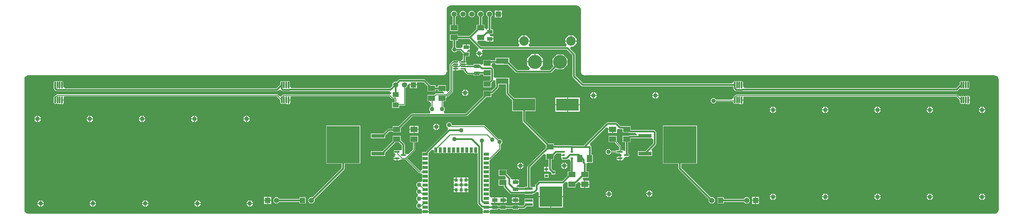
<source format=gtl>
G04*
G04 #@! TF.GenerationSoftware,Altium Limited,Altium Designer,23.10.1 (27)*
G04*
G04 Layer_Physical_Order=1*
G04 Layer_Color=255*
%FSLAX44Y44*%
%MOMM*%
G71*
G04*
G04 #@! TF.SameCoordinates,E252026D-ABAD-487A-9E39-ED487C9B17EB*
G04*
G04*
G04 #@! TF.FilePolarity,Positive*
G04*
G01*
G75*
%ADD13C,0.2540*%
%ADD18R,3.8000X1.0500*%
%ADD19R,9.4500X10.6700*%
%ADD20R,3.6800X1.6500*%
%ADD21R,1.5240X2.0320*%
%ADD22R,2.0320X1.5240*%
%ADD23R,0.9000X0.9000*%
%ADD24R,1.5000X0.9000*%
%ADD25R,0.9000X1.5000*%
%ADD26R,1.5240X1.0160*%
G04:AMPARAMS|DCode=27|XSize=1.5052mm|YSize=0.4549mm|CornerRadius=0.2275mm|HoleSize=0mm|Usage=FLASHONLY|Rotation=180.000|XOffset=0mm|YOffset=0mm|HoleType=Round|Shape=RoundedRectangle|*
%AMROUNDEDRECTD27*
21,1,1.5052,0.0000,0,0,180.0*
21,1,1.0503,0.4549,0,0,180.0*
1,1,0.4549,-0.5252,0.0000*
1,1,0.4549,0.5252,0.0000*
1,1,0.4549,0.5252,0.0000*
1,1,0.4549,-0.5252,0.0000*
%
%ADD27ROUNDEDRECTD27*%
%ADD28R,1.5052X0.4549*%
%ADD29R,1.5242X0.5780*%
G04:AMPARAMS|DCode=30|XSize=1.5242mm|YSize=0.578mm|CornerRadius=0.289mm|HoleSize=0mm|Usage=FLASHONLY|Rotation=0.000|XOffset=0mm|YOffset=0mm|HoleType=Round|Shape=RoundedRectangle|*
%AMROUNDEDRECTD30*
21,1,1.5242,0.0000,0,0,0.0*
21,1,0.9463,0.5780,0,0,0.0*
1,1,0.5780,0.4731,0.0000*
1,1,0.5780,-0.4731,0.0000*
1,1,0.5780,-0.4731,0.0000*
1,1,0.5780,0.4731,0.0000*
%
%ADD30ROUNDEDRECTD30*%
%ADD31O,0.4500X2.0000*%
%ADD32R,6.5000X3.5000*%
%ADD33R,1.7500X1.4000*%
%ADD34R,2.2000X0.8000*%
%ADD35R,6.4000X5.8000*%
%ADD36R,0.8000X0.5500*%
%ADD37R,0.9000X0.8000*%
%ADD49C,0.4000*%
%ADD55C,0.5100*%
%ADD56C,0.3900*%
%ADD57C,1.5000*%
%ADD58R,1.5000X1.5000*%
%ADD59C,2.7000*%
%ADD60C,4.0500*%
%ADD61C,1.2700*%
G36*
X191746Y598451D02*
Y598451D01*
X196232Y594794D01*
X197121Y593090D01*
X197143Y593037D01*
X199180Y591030D01*
Y410210D01*
X199180Y410210D01*
X198553D01*
X201774Y402434D01*
X209550Y399213D01*
X209550Y397781D01*
X209550Y397781D01*
X209550Y397781D01*
X211011Y399241D01*
X211158Y399389D01*
X215290Y399840D01*
X1384206D01*
X1389357Y397790D01*
X1389370Y397785D01*
X1389380Y397781D01*
X1389409Y397773D01*
X1394607Y395979D01*
X1396001Y391160D01*
X1396022Y391108D01*
X1398060Y389100D01*
Y12794D01*
X1396010Y7643D01*
X1392193Y3224D01*
X1391921Y2912D01*
X1391921Y2912D01*
X1386514Y1480D01*
X-62460D01*
Y6130D01*
X-72500D01*
X-82540D01*
Y1480D01*
X-237460D01*
Y6130D01*
X-247500D01*
X-257540D01*
Y1480D01*
X-1386513D01*
X-1391920Y2912D01*
X-1396299Y6825D01*
X-1396629Y7619D01*
X-1396628Y7620D01*
X-1398060Y7620D01*
Y393700D01*
X-1396629D01*
X-1396429Y394181D01*
X-1393822Y396263D01*
X-1391920Y397781D01*
X-1391920D01*
X-1391866Y397803D01*
X-1391041Y398641D01*
X-1386514Y399840D01*
X-196850D01*
Y399213D01*
X-189074Y402434D01*
X-185859Y410196D01*
X-184431Y410187D01*
X-184421Y410209D01*
X-186481Y416209D01*
X-186480Y593090D01*
X-185153D01*
X-184004Y595866D01*
X-180466Y597713D01*
X-179070Y598441D01*
X-179070Y598441D01*
X-179023Y598461D01*
X-178082Y599414D01*
X-173620Y600500D01*
X186595D01*
X191746Y598451D01*
D02*
G37*
%LPC*%
G36*
X-28060Y585350D02*
X-36830D01*
Y576580D01*
X-28060D01*
Y585350D01*
D02*
G37*
G36*
X-39370D02*
X-48140D01*
Y576580D01*
X-39370D01*
Y585350D01*
D02*
G37*
G36*
X-110667Y584080D02*
X-117933D01*
X-123070Y578943D01*
Y571677D01*
X-117933Y566540D01*
X-110667D01*
X-105530Y571677D01*
Y578943D01*
X-110667Y584080D01*
D02*
G37*
G36*
X-136067D02*
X-143333D01*
X-148470Y578943D01*
Y571677D01*
X-143333Y566540D01*
X-136067D01*
X-130930Y571677D01*
Y578943D01*
X-136067Y584080D01*
D02*
G37*
G36*
X-28060Y574040D02*
X-36830D01*
Y565270D01*
X-28060D01*
Y574040D01*
D02*
G37*
G36*
X-39370D02*
X-48140D01*
Y565270D01*
X-39370D01*
Y574040D01*
D02*
G37*
G36*
X-59867Y584080D02*
X-67133D01*
X-72270Y578943D01*
Y571677D01*
X-67635Y567042D01*
Y535416D01*
X-71120Y530860D01*
X-71470Y530756D01*
X-72498Y530967D01*
X-77470Y535233D01*
Y544830D01*
X-84765D01*
Y567042D01*
X-80130Y571677D01*
Y578943D01*
X-85267Y584080D01*
X-92533D01*
X-97670Y578943D01*
Y571677D01*
X-93035Y567042D01*
Y544830D01*
X-100330D01*
Y532897D01*
X-121093Y512135D01*
X-153670D01*
Y516890D01*
X-176530D01*
Y499110D01*
X-167965D01*
Y480352D01*
X-171450Y476866D01*
Y470554D01*
X-166986Y466090D01*
X-160674D01*
X-156593Y470171D01*
X-147258D01*
X-138890Y461803D01*
Y457411D01*
X-139159Y456760D01*
Y455069D01*
X-139429Y454417D01*
Y445819D01*
X-143672Y441577D01*
X-144247D01*
X-144247Y441577D01*
X-146960Y440453D01*
X-153040D01*
X-153324Y440570D01*
X-155753Y441577D01*
X-155753Y441577D01*
X-155919Y441577D01*
X-166256D01*
X-168969Y440453D01*
X-169414Y439379D01*
X-169606Y439300D01*
X-169606Y439300D01*
X-177204Y431702D01*
X-178009Y429758D01*
X-178009Y429757D01*
Y356739D01*
X-183193Y351555D01*
X-188570Y354663D01*
X-188570Y358396D01*
Y370840D01*
X-211430D01*
Y366085D01*
X-218570D01*
Y370840D01*
X-232424D01*
X-247938Y386354D01*
X-250861Y387565D01*
X-321420D01*
X-321420Y387565D01*
X-324344Y386354D01*
Y386354D01*
X-329817Y380880D01*
X-336373D01*
X-341510Y375743D01*
Y369187D01*
X-348423Y362275D01*
X-631051D01*
X-636440Y367866D01*
Y376406D01*
X-636440Y379030D01*
Y379031D01*
X-636440Y379250D01*
X-636440Y379250D01*
X-637556Y381944D01*
X-640250Y383060D01*
X-640805Y382830D01*
X-642944Y381944D01*
X-643246Y381944D01*
X-644056D01*
X-646750Y383060D01*
X-649444Y381944D01*
X-650556D01*
X-653250Y383060D01*
X-655944Y381944D01*
X-656754D01*
X-657056Y381944D01*
X-659750Y383060D01*
X-662444Y381944D01*
X-663560Y379250D01*
X-663560Y379250D01*
X-663560Y379031D01*
Y373537D01*
X-675283Y361814D01*
X-1281242D01*
X-1286440Y367279D01*
Y376406D01*
X-1286440Y379030D01*
Y379031D01*
X-1286440Y379250D01*
X-1286440Y379250D01*
X-1287556Y381944D01*
X-1290250Y383060D01*
X-1290881Y382799D01*
X-1292944Y381944D01*
X-1293246Y381944D01*
X-1294056D01*
X-1296750Y383060D01*
X-1296750Y383060D01*
X-1300000Y382107D01*
X-1303250Y383060D01*
X-1303250Y383060D01*
X-1305944Y381944D01*
X-1306754D01*
X-1307056Y381944D01*
X-1309750Y383060D01*
X-1312444Y381944D01*
X-1313560Y379250D01*
X-1313560Y379250D01*
X-1313560Y379031D01*
Y372284D01*
X-1313885Y371500D01*
X-1313584Y370775D01*
Y363450D01*
X-1313455Y363137D01*
Y361236D01*
X-1312244Y358312D01*
X-1308688Y354756D01*
X-1305764Y353545D01*
X-1305764Y353545D01*
X-673570D01*
X-670646Y354756D01*
X-668514Y356889D01*
X-662373Y357744D01*
X-659386Y354756D01*
X-659386Y354756D01*
X-656462Y353545D01*
X-637736D01*
X-636625Y354005D01*
X-350113D01*
X-345446Y349068D01*
X-345595Y348285D01*
X-349192Y343790D01*
X-352696D01*
X-632076D01*
X-637122D01*
Y343789D01*
X-641450Y343789D01*
X-655234D01*
X-655234Y343790D01*
X-657178Y342984D01*
X-657178Y342984D01*
X-660351Y339811D01*
X-662444Y338944D01*
X-668167Y340806D01*
X-670935Y343574D01*
X-672879Y344379D01*
X-672880Y344379D01*
X-676346D01*
X-1281682D01*
X-1287365D01*
Y344379D01*
X-1291056Y344379D01*
X-1304644D01*
X-1306588Y343574D01*
X-1306588Y343574D01*
X-1310351Y339811D01*
X-1312444Y338944D01*
X-1313560Y336250D01*
Y323594D01*
X-1313560Y320970D01*
Y320970D01*
X-1313560Y320750D01*
X-1313560Y320750D01*
X-1312444Y318056D01*
X-1309750Y316940D01*
X-1309119Y317202D01*
X-1307056Y318056D01*
X-1306754Y318056D01*
X-1305944D01*
X-1303250Y316940D01*
X-1303250Y316940D01*
X-1300000Y317893D01*
X-1296750Y316940D01*
X-1296750Y316940D01*
X-1293916Y317084D01*
X-1291520Y316091D01*
Y328500D01*
X-1290250D01*
Y329770D01*
X-1285065D01*
Y336250D01*
X-1283643Y338379D01*
X-1283308Y338881D01*
X-1281714D01*
X-675802D01*
X-674018Y338881D01*
X-666592Y331454D01*
Y331454D01*
X-666592Y331454D01*
X-663560Y326710D01*
X-663560Y320750D01*
X-663560Y320750D01*
X-662444Y318056D01*
X-659750Y316940D01*
X-659195Y317170D01*
X-657056Y318056D01*
X-656754Y318056D01*
X-655944D01*
X-653250Y316940D01*
X-650556Y318056D01*
X-649444Y318056D01*
X-646750Y316940D01*
X-643916Y317084D01*
X-641520Y316091D01*
Y328500D01*
X-640250D01*
Y329770D01*
X-635065D01*
Y336250D01*
X-634037Y337789D01*
X-633702Y338291D01*
X-632113D01*
X-352068D01*
X-350331Y338291D01*
X-345792Y333752D01*
X-345792Y333752D01*
X-344486Y332446D01*
X-342542Y331641D01*
X-342542Y331641D01*
X-340667Y331641D01*
X-335489D01*
Y322200D01*
X-342760D01*
Y305660D01*
X-322720D01*
Y312800D01*
X-307340D01*
X-305396Y313605D01*
X-304591Y315549D01*
Y363340D01*
X-303707D01*
X-298570Y368477D01*
Y371167D01*
X-292727Y376122D01*
X-291980Y375974D01*
Y373380D01*
X-281940D01*
X-271900D01*
Y379295D01*
X-252574D01*
X-241430Y368152D01*
Y353060D01*
X-218570D01*
Y357815D01*
X-211430D01*
Y353060D01*
X-196938D01*
X-193627Y348150D01*
X-193472Y347060D01*
X-193554Y346919D01*
X-210219D01*
X-210219Y346919D01*
Y346919D01*
X-217300D01*
X-219244Y346114D01*
X-219886Y345472D01*
X-219886D01*
X-219886Y345472D01*
X-222458Y342900D01*
X-222960Y342900D01*
X-241430D01*
Y325120D01*
X-237349D01*
X-231349Y319328D01*
Y309896D01*
X-231756Y309880D01*
X-231818Y309818D01*
X-236220Y305416D01*
Y299104D01*
X-233001Y295885D01*
X-234761Y289885D01*
X-285680D01*
X-285680Y289885D01*
X-288604Y288674D01*
X-288604Y288674D01*
X-324417Y252860D01*
X-341430D01*
Y245941D01*
X-352553D01*
X-352553Y245941D01*
X-355477Y244730D01*
X-355477Y244730D01*
X-367973Y232235D01*
X-380380D01*
X-381139Y231920D01*
X-403350D01*
Y218880D01*
X-362810D01*
Y225703D01*
X-350841Y237672D01*
X-341430D01*
Y235080D01*
X-318570D01*
Y247013D01*
X-283967Y281615D01*
X-129940D01*
X-127016Y282826D01*
X-72703Y337140D01*
X-58570D01*
Y346279D01*
X-55986D01*
X-53062Y347491D01*
X-38446Y362106D01*
X-38446Y362106D01*
X-37235Y365030D01*
Y373410D01*
X-16105D01*
Y347220D01*
X-14894Y344296D01*
X1520Y327882D01*
Y296190D01*
X31156D01*
Y268240D01*
X32367Y265316D01*
X98255Y199427D01*
Y199040D01*
X98570Y198281D01*
Y190928D01*
X46606Y138964D01*
X45395Y136040D01*
Y78900D01*
X37260D01*
Y77145D01*
X20320D01*
Y78740D01*
X13741D01*
X13507Y79090D01*
X16714Y85090D01*
X21590D01*
Y91440D01*
X11430D01*
Y92710D01*
X10160D01*
Y100330D01*
X3084D01*
X-353Y101978D01*
X-2928Y104591D01*
X-3426Y105794D01*
X-13970Y116337D01*
Y128270D01*
X-36830D01*
Y110490D01*
X-19817D01*
X-15657Y106330D01*
X-18143Y100330D01*
X-36830D01*
Y82550D01*
X-21925D01*
Y78750D01*
X-20714Y75827D01*
X-4154Y59266D01*
X-1230Y58055D01*
X22284D01*
X22381Y58095D01*
X37260D01*
Y56960D01*
X61800D01*
Y59545D01*
X64950D01*
X67874Y60756D01*
X71990Y64873D01*
X77990Y62387D01*
Y52100D01*
X147070D01*
Y81376D01*
X147070Y81833D01*
X147111Y82532D01*
X148430Y87807D01*
X150315Y88587D01*
X155290Y93563D01*
X161290Y91077D01*
X161290Y90923D01*
X161290Y90923D01*
X161290Y90512D01*
Y77140D01*
X184150D01*
Y87106D01*
X186733Y88176D01*
X191300Y92743D01*
X197300Y90257D01*
Y87300D01*
X208730D01*
Y96190D01*
X206865D01*
X203503Y102190D01*
X204117Y103297D01*
X205690Y105080D01*
X221430D01*
Y122860D01*
X214135D01*
Y142962D01*
X214525Y145278D01*
X219150Y148570D01*
X232860D01*
Y171430D01*
X228925D01*
Y193438D01*
X227714Y196361D01*
X226455Y196882D01*
X224203Y203116D01*
X271300Y250213D01*
X277300Y247727D01*
Y245240D01*
X290000D01*
Y243970D01*
X291270D01*
Y233810D01*
X302700D01*
Y243683D01*
X308700Y245870D01*
X311030Y244905D01*
X318570D01*
Y235080D01*
X334310D01*
X335070Y234765D01*
X335070Y234765D01*
X339096D01*
X340597Y234143D01*
X340597Y234143D01*
X354902D01*
X359929Y229054D01*
X359464Y226835D01*
X339210D01*
X339210Y226835D01*
X336286Y225624D01*
X335583Y224920D01*
X318570D01*
Y207140D01*
X325865D01*
Y181503D01*
X325789Y181471D01*
X319789Y183660D01*
Y183660D01*
X314149D01*
X313647Y183660D01*
Y195132D01*
X313647Y195132D01*
X312842Y197076D01*
X305032Y204886D01*
X301639Y209481D01*
Y209680D01*
X301632Y209699D01*
X301430Y215394D01*
Y224920D01*
X278570D01*
Y207140D01*
X296111D01*
X296141Y207140D01*
X296946Y205196D01*
X308149Y193993D01*
X308149Y183660D01*
X302007D01*
Y183660D01*
X296215Y182249D01*
X285336D01*
X285320Y182656D01*
X285258Y182718D01*
X280856Y187120D01*
X274544D01*
X270080Y182656D01*
Y176343D01*
X274544Y171880D01*
X280856D01*
X285254Y176277D01*
X285320Y176343D01*
X285336Y176750D01*
X296215D01*
X302007Y175340D01*
Y175340D01*
X310905D01*
X315675Y169531D01*
X315683Y169381D01*
X315042Y166499D01*
X314874Y166377D01*
X312168D01*
Y160500D01*
Y154623D01*
X315629D01*
X319785Y156344D01*
X321397Y160235D01*
X321507Y160500D01*
X321508Y160502D01*
X321970Y161309D01*
X325931Y165497D01*
X333833D01*
X337017Y166816D01*
X338336Y170000D01*
X337017Y173184D01*
X334135Y174378D01*
Y207140D01*
X341430D01*
Y218565D01*
X373830D01*
X374590Y218880D01*
X400557D01*
X403350Y218880D01*
X406557Y214209D01*
Y203925D01*
X383752Y181120D01*
X362810D01*
Y168080D01*
X403350D01*
Y181120D01*
X403287D01*
X400990Y186663D01*
X413616Y199289D01*
X414827Y202212D01*
X414827Y202212D01*
Y235291D01*
X413616Y238214D01*
X413616Y238214D01*
X410628Y241202D01*
X407705Y242413D01*
X341477D01*
X341430Y242432D01*
Y252860D01*
X325689D01*
X324930Y253175D01*
X312743D01*
X302644Y263274D01*
X299720Y264485D01*
X275590D01*
X275590Y264485D01*
X272666Y263274D01*
X209166Y199774D01*
X208254Y197572D01*
X174006D01*
X172720Y198105D01*
X121430D01*
Y202860D01*
X105812D01*
X105314Y204064D01*
X105314Y204064D01*
X39425Y269952D01*
Y296190D01*
X69060D01*
Y333730D01*
X7367D01*
X-7835Y348933D01*
Y373410D01*
X-7000D01*
Y392450D01*
X-45885D01*
X-46340Y392450D01*
X-51885Y393548D01*
Y416555D01*
X-53096Y419479D01*
X-53096Y419479D01*
X-54418Y420800D01*
X-56137Y422572D01*
X-58570Y427436D01*
X-58570Y428015D01*
X-54995Y434015D01*
X-46340D01*
Y430510D01*
X-21730D01*
X-20970Y430195D01*
X-10487D01*
X12422Y407286D01*
X15345Y406075D01*
X111430D01*
X114354Y407286D01*
X126767Y419700D01*
X130146Y416320D01*
X147974D01*
X160580Y428926D01*
Y446754D01*
X147974Y459360D01*
X130146D01*
X117540Y446754D01*
Y428926D01*
X120919Y425547D01*
X109717Y414345D01*
X84280D01*
X81795Y420345D01*
X89850Y428400D01*
Y436570D01*
X44270D01*
Y428400D01*
X52326Y420345D01*
X49840Y414345D01*
X17058D01*
X-5851Y437254D01*
X-7000Y437730D01*
Y449550D01*
X-46340D01*
Y442285D01*
X-58570D01*
Y442860D01*
X-81430D01*
Y432078D01*
X-87067Y429225D01*
X-91110Y431510D01*
Y431510D01*
X-108890D01*
Y428645D01*
X-126798D01*
X-128532Y431240D01*
X-130566Y436149D01*
X-129907Y437740D01*
X-131031Y440453D01*
X-132351Y441000D01*
Y453490D01*
X-121110D01*
Y466190D01*
X-127913D01*
X-128147Y466540D01*
X-124940Y472540D01*
X-119840D01*
Y478890D01*
X-130000D01*
Y480160D01*
X-131270D01*
Y487780D01*
X-140160D01*
Y480923D01*
X-145792Y477249D01*
X-156593D01*
X-159695Y480352D01*
Y499110D01*
X-153670D01*
Y503865D01*
X-121093D01*
X-94397Y477170D01*
X-96345Y471312D01*
X-96637Y470925D01*
X-101600Y465962D01*
Y463550D01*
X-83820D01*
Y465962D01*
X-85243Y467385D01*
X-82758Y473385D01*
X158307D01*
X174935Y456757D01*
Y396240D01*
X176146Y393316D01*
X200886Y368576D01*
X200886Y368576D01*
X203810Y367365D01*
X636416D01*
Y363450D01*
X636545Y363137D01*
Y361236D01*
X637756Y358312D01*
X641312Y354756D01*
X644236Y353545D01*
X644236Y353545D01*
X662264D01*
X663375Y354005D01*
X1276890D01*
X1279814Y355216D01*
X1285969Y361371D01*
X1287556Y361056D01*
X1290250Y359940D01*
X1292944Y361056D01*
X1294056D01*
X1296750Y359940D01*
X1299444Y361056D01*
X1300556D01*
X1303250Y359940D01*
X1305944Y361056D01*
X1306754D01*
X1307056Y361056D01*
X1309750Y359940D01*
X1312444Y361056D01*
X1313560Y363750D01*
X1313560Y363750D01*
X1313560Y363969D01*
X1313560Y363969D01*
X1313560Y367032D01*
Y376406D01*
X1313560Y379030D01*
Y379031D01*
X1313560Y379250D01*
X1313560Y379250D01*
X1312444Y381944D01*
X1309750Y383060D01*
X1309195Y382830D01*
X1307056Y381944D01*
X1306754Y381944D01*
X1305944D01*
X1303250Y383060D01*
X1300556Y381944D01*
X1299444D01*
X1296750Y383060D01*
X1296750Y383060D01*
X1293500Y382107D01*
X1290250Y383060D01*
X1290250Y383060D01*
X1290250Y383060D01*
X1290250Y383060D01*
X1287556Y381944D01*
X1287556D01*
X1286440Y379250D01*
X1286440Y379031D01*
X1286440Y379031D01*
X1286440Y379011D01*
X1286440Y379011D01*
X1286440Y376406D01*
Y373537D01*
X1275177Y362275D01*
X668949D01*
X663560Y367866D01*
Y376406D01*
X663560Y379250D01*
X662444Y381944D01*
X659750Y383060D01*
X659750Y383060D01*
X659054Y382856D01*
X656500Y382107D01*
X653250Y383060D01*
X653250Y383060D01*
X650556Y381944D01*
X649444D01*
X646750Y383060D01*
X644056Y381944D01*
X643246D01*
X642944Y381944D01*
X640250Y383060D01*
X637556Y381944D01*
X636440Y379250D01*
X631847Y375635D01*
X205523D01*
X183205Y397953D01*
Y458470D01*
X181994Y461394D01*
X167587Y475800D01*
X170073Y481800D01*
X177204D01*
X186600Y491196D01*
Y496570D01*
X154520D01*
Y491196D01*
X158061Y487655D01*
X155576Y481655D01*
X50544D01*
X48059Y487655D01*
X51600Y491196D01*
Y496570D01*
X19520D01*
Y491196D01*
X23061Y487655D01*
X20576Y481655D01*
X-87187D01*
X-98643Y493110D01*
X-96157Y499110D01*
X-96058Y499110D01*
X-78390D01*
X-77470Y499110D01*
X-72390Y496889D01*
Y496570D01*
X-63500D01*
Y504190D01*
X-62230D01*
Y505460D01*
X-52070D01*
Y511810D01*
X-60584D01*
X-61089Y512108D01*
X-61444Y512475D01*
X-63449Y517810D01*
X-63083Y518160D01*
X-53340D01*
Y530860D01*
X-59365D01*
Y567042D01*
X-54730Y571677D01*
Y578943D01*
X-59867Y584080D01*
D02*
G37*
G36*
X-161467D02*
X-168733D01*
X-173870Y578943D01*
Y571677D01*
X-169235Y567042D01*
Y544830D01*
X-176530D01*
Y527050D01*
X-153670D01*
Y544830D01*
X-160965D01*
Y567042D01*
X-156330Y571677D01*
Y578943D01*
X-161467Y584080D01*
D02*
G37*
G36*
X177204Y513880D02*
X171830D01*
Y499110D01*
X186600D01*
Y504484D01*
X177204Y513880D01*
D02*
G37*
G36*
X169290D02*
X163916D01*
X154520Y504484D01*
Y499110D01*
X169290D01*
Y513880D01*
D02*
G37*
G36*
X42204D02*
X36830D01*
Y499110D01*
X51600D01*
Y504484D01*
X42204Y513880D01*
D02*
G37*
G36*
X34290D02*
X28916D01*
X19520Y504484D01*
Y499110D01*
X34290D01*
Y513880D01*
D02*
G37*
G36*
X-52070Y502920D02*
X-60960D01*
Y496570D01*
X-52070D01*
Y502920D01*
D02*
G37*
G36*
X-119840Y487780D02*
X-128730D01*
Y481430D01*
X-119840D01*
Y487780D01*
D02*
G37*
G36*
X-83820Y461010D02*
X-91440D01*
Y453390D01*
X-89028D01*
X-83820Y458598D01*
Y461010D01*
D02*
G37*
G36*
X-93980D02*
X-101600D01*
Y458598D01*
X-96392Y453390D01*
X-93980D01*
Y461010D01*
D02*
G37*
G36*
X76500Y460630D02*
X68330D01*
Y439110D01*
X89850D01*
Y447280D01*
X76500Y460630D01*
D02*
G37*
G36*
X65790D02*
X57620D01*
X44270Y447280D01*
Y439110D01*
X65790D01*
Y460630D01*
D02*
G37*
G36*
X-271900Y370840D02*
X-280670D01*
Y362070D01*
X-271900D01*
Y370840D01*
D02*
G37*
G36*
X-283210D02*
X-291980D01*
Y362070D01*
X-283210D01*
Y370840D01*
D02*
G37*
G36*
X416432Y350520D02*
X414020D01*
Y342900D01*
X421640D01*
Y345312D01*
X416432Y350520D01*
D02*
G37*
G36*
X411480D02*
X409068D01*
X403860Y345312D01*
Y342900D01*
X411480D01*
Y350520D01*
D02*
G37*
G36*
X238632D02*
X236220D01*
Y342900D01*
X243840D01*
Y345312D01*
X238632Y350520D01*
D02*
G37*
G36*
X233680D02*
X231268D01*
X226060Y345312D01*
Y342900D01*
X233680D01*
Y350520D01*
D02*
G37*
G36*
X421640Y340360D02*
X414020D01*
Y332740D01*
X416432D01*
X421640Y337948D01*
Y340360D01*
D02*
G37*
G36*
X411480D02*
X403860D01*
Y337948D01*
X409068Y332740D01*
X411480D01*
Y340360D01*
D02*
G37*
G36*
X243840D02*
X236220D01*
Y332740D01*
X238632D01*
X243840Y337948D01*
Y340360D01*
D02*
G37*
G36*
X233680D02*
X226060D01*
Y337948D01*
X231268Y332740D01*
X233680D01*
Y340360D01*
D02*
G37*
G36*
X1311020Y340909D02*
Y329770D01*
X1314935D01*
Y336250D01*
X1313416Y339916D01*
X1311020Y340909D01*
D02*
G37*
G36*
X195330Y335000D02*
X161560D01*
Y316230D01*
X195330D01*
Y335000D01*
D02*
G37*
G36*
X159020D02*
X125250D01*
Y316230D01*
X159020D01*
Y335000D01*
D02*
G37*
G36*
X-635065Y327230D02*
X-638980D01*
Y316091D01*
X-636584Y317084D01*
X-635065Y320750D01*
Y327230D01*
D02*
G37*
G36*
X-1285065D02*
X-1288980D01*
Y316091D01*
X-1286584Y317084D01*
X-1285065Y320750D01*
Y327230D01*
D02*
G37*
G36*
X1314935D02*
X1311020D01*
Y316091D01*
X1313416Y317084D01*
X1314935Y320750D01*
Y327230D01*
D02*
G37*
G36*
X644766Y343790D02*
X642822Y342984D01*
Y342984D01*
X639649Y339811D01*
X637556Y338944D01*
X636440Y336250D01*
Y335139D01*
X630648Y329139D01*
X586756D01*
X586740Y329546D01*
X586678Y329608D01*
X582276Y334010D01*
X575964D01*
X571500Y329546D01*
Y323234D01*
X575964Y318770D01*
X582276D01*
X586673Y323167D01*
X586740Y323234D01*
X586756Y323641D01*
X633550D01*
X636440Y320750D01*
X637556Y318056D01*
X640250Y316940D01*
X640881Y317201D01*
X642944Y318056D01*
X643246Y318056D01*
X644056D01*
X646750Y316940D01*
X649444Y318056D01*
X650556Y318056D01*
X653250Y316940D01*
X655720Y317963D01*
X656084Y317084D01*
X658480Y316092D01*
Y328500D01*
X659750D01*
Y329770D01*
X664935D01*
Y336250D01*
X665876Y337658D01*
X666211Y338160D01*
X667804D01*
X1274919D01*
X1276702Y338160D01*
X1278800Y336062D01*
Y336062D01*
X1278800Y336062D01*
Y336062D01*
X1278800D01*
X1283408Y331454D01*
Y331454D01*
X1283408Y331454D01*
X1286440Y326710D01*
X1286440Y320992D01*
X1286440Y320750D01*
X1287556Y318056D01*
X1290250Y316940D01*
X1290250Y316940D01*
X1290946Y317144D01*
X1293500Y317893D01*
X1296750Y316940D01*
X1296750Y316940D01*
X1299444Y318056D01*
X1300556Y318056D01*
X1303250Y316940D01*
X1306084Y317084D01*
X1308480Y316091D01*
Y328500D01*
Y340909D01*
X1306084Y339916D01*
X1303250Y340060D01*
X1300556Y338944D01*
X1299444D01*
X1296750Y340060D01*
X1296750Y340060D01*
X1293500Y339107D01*
X1290250Y340060D01*
X1290250Y340060D01*
X1287556Y338944D01*
X1281832Y340806D01*
X1279785Y342853D01*
X1277841Y343658D01*
X1277841Y343658D01*
X1274374D01*
X667836D01*
X664462D01*
X662905Y343733D01*
X661734Y343790D01*
X658517Y343789D01*
X644766D01*
X644766Y343790D01*
D02*
G37*
G36*
X664935Y327230D02*
X661020D01*
Y316091D01*
X663416Y317084D01*
X664935Y320750D01*
Y327230D01*
D02*
G37*
G36*
X1353682Y308890D02*
X1351270D01*
Y301270D01*
X1358890D01*
Y303682D01*
X1353682Y308890D01*
D02*
G37*
G36*
X1348730D02*
X1346318D01*
X1341110Y303682D01*
Y301270D01*
X1348730D01*
Y308890D01*
D02*
G37*
G36*
X1203682D02*
X1201270D01*
Y301270D01*
X1208890D01*
Y303682D01*
X1203682Y308890D01*
D02*
G37*
G36*
X1198730D02*
X1196318D01*
X1191110Y303682D01*
Y301270D01*
X1198730D01*
Y308890D01*
D02*
G37*
G36*
X1053682D02*
X1051270D01*
Y301270D01*
X1058890D01*
Y303682D01*
X1053682Y308890D01*
D02*
G37*
G36*
X1048730D02*
X1046318D01*
X1041110Y303682D01*
Y301270D01*
X1048730D01*
Y308890D01*
D02*
G37*
G36*
X903682D02*
X901270D01*
Y301270D01*
X908890D01*
Y303682D01*
X903682Y308890D01*
D02*
G37*
G36*
X898730D02*
X896318D01*
X891110Y303682D01*
Y301270D01*
X898730D01*
Y308890D01*
D02*
G37*
G36*
X753682D02*
X751270D01*
Y301270D01*
X758890D01*
Y303682D01*
X753682Y308890D01*
D02*
G37*
G36*
X748730D02*
X746318D01*
X741110Y303682D01*
Y301270D01*
X748730D01*
Y308890D01*
D02*
G37*
G36*
X195330Y313690D02*
X161560D01*
Y294920D01*
X195330D01*
Y313690D01*
D02*
G37*
G36*
X159020D02*
X125250D01*
Y294920D01*
X159020D01*
Y313690D01*
D02*
G37*
G36*
X1358890Y298730D02*
X1351270D01*
Y291110D01*
X1353682D01*
X1358890Y296318D01*
Y298730D01*
D02*
G37*
G36*
X1348730D02*
X1341110D01*
Y296318D01*
X1346318Y291110D01*
X1348730D01*
Y298730D01*
D02*
G37*
G36*
X1208890D02*
X1201270D01*
Y291110D01*
X1203682D01*
X1208890Y296318D01*
Y298730D01*
D02*
G37*
G36*
X1198730D02*
X1191110D01*
Y296318D01*
X1196318Y291110D01*
X1198730D01*
Y298730D01*
D02*
G37*
G36*
X1058890D02*
X1051270D01*
Y291110D01*
X1053682D01*
X1058890Y296318D01*
Y298730D01*
D02*
G37*
G36*
X1048730D02*
X1041110D01*
Y296318D01*
X1046318Y291110D01*
X1048730D01*
Y298730D01*
D02*
G37*
G36*
X908890D02*
X901270D01*
Y291110D01*
X903682D01*
X908890Y296318D01*
Y298730D01*
D02*
G37*
G36*
X898730D02*
X891110D01*
Y296318D01*
X896318Y291110D01*
X898730D01*
Y298730D01*
D02*
G37*
G36*
X758890D02*
X751270D01*
Y291110D01*
X753682D01*
X758890Y296318D01*
Y298730D01*
D02*
G37*
G36*
X748730D02*
X741110D01*
Y296318D01*
X746318Y291110D01*
X748730D01*
Y298730D01*
D02*
G37*
G36*
X-756478Y282920D02*
X-758890D01*
Y275300D01*
X-751270D01*
Y277712D01*
X-756478Y282920D01*
D02*
G37*
G36*
X-761430D02*
X-763842D01*
X-769050Y277712D01*
Y275300D01*
X-761430D01*
Y282920D01*
D02*
G37*
G36*
X-906478D02*
X-908890D01*
Y275300D01*
X-901270D01*
Y277712D01*
X-906478Y282920D01*
D02*
G37*
G36*
X-911430D02*
X-913842D01*
X-919050Y277712D01*
Y275300D01*
X-911430D01*
Y282920D01*
D02*
G37*
G36*
X-1056478D02*
X-1058890D01*
Y275300D01*
X-1051270D01*
Y277712D01*
X-1056478Y282920D01*
D02*
G37*
G36*
X-1061430D02*
X-1063842D01*
X-1069050Y277712D01*
Y275300D01*
X-1061430D01*
Y282920D01*
D02*
G37*
G36*
X-1206478D02*
X-1208890D01*
Y275300D01*
X-1201270D01*
Y277712D01*
X-1206478Y282920D01*
D02*
G37*
G36*
X-1211430D02*
X-1213842D01*
X-1219050Y277712D01*
Y275300D01*
X-1211430D01*
Y282920D01*
D02*
G37*
G36*
X-1356478D02*
X-1358890D01*
Y275300D01*
X-1351270D01*
Y277712D01*
X-1356478Y282920D01*
D02*
G37*
G36*
X-1361430D02*
X-1363842D01*
X-1369050Y277712D01*
Y275300D01*
X-1361430D01*
Y282920D01*
D02*
G37*
G36*
X-751270Y272760D02*
X-758890D01*
Y265140D01*
X-756478D01*
X-751270Y270347D01*
Y272760D01*
D02*
G37*
G36*
X-761430D02*
X-769050D01*
Y270347D01*
X-763842Y265140D01*
X-761430D01*
Y272760D01*
D02*
G37*
G36*
X-901270D02*
X-908890D01*
Y265140D01*
X-906478D01*
X-901270Y270347D01*
Y272760D01*
D02*
G37*
G36*
X-911430D02*
X-919050D01*
Y270347D01*
X-913842Y265140D01*
X-911430D01*
Y272760D01*
D02*
G37*
G36*
X-1051270D02*
X-1058890D01*
Y265140D01*
X-1056478D01*
X-1051270Y270347D01*
Y272760D01*
D02*
G37*
G36*
X-1061430D02*
X-1069050D01*
Y270347D01*
X-1063842Y265140D01*
X-1061430D01*
Y272760D01*
D02*
G37*
G36*
X-1201270D02*
X-1208890D01*
Y265140D01*
X-1206478D01*
X-1201270Y270347D01*
Y272760D01*
D02*
G37*
G36*
X-1211430D02*
X-1219050D01*
Y270347D01*
X-1213842Y265140D01*
X-1211430D01*
Y272760D01*
D02*
G37*
G36*
X-1351270D02*
X-1358890D01*
Y265140D01*
X-1356478D01*
X-1351270Y270347D01*
Y272760D01*
D02*
G37*
G36*
X-1361430D02*
X-1369050D01*
Y270347D01*
X-1363842Y265140D01*
X-1361430D01*
Y272760D01*
D02*
G37*
G36*
X-212218Y260350D02*
X-214630D01*
Y252730D01*
X-207010D01*
Y255142D01*
X-212218Y260350D01*
D02*
G37*
G36*
X-217170D02*
X-219582D01*
X-224790Y255142D01*
Y252730D01*
X-217170D01*
Y260350D01*
D02*
G37*
G36*
X-267300Y254130D02*
X-278730D01*
Y245240D01*
X-267300D01*
Y254130D01*
D02*
G37*
G36*
X-281270D02*
X-292700D01*
Y245240D01*
X-281270D01*
Y254130D01*
D02*
G37*
G36*
X-207010Y250190D02*
X-214630D01*
Y242570D01*
X-212218D01*
X-207010Y247778D01*
Y250190D01*
D02*
G37*
G36*
X-217170D02*
X-224790D01*
Y247778D01*
X-219582Y242570D01*
X-217170D01*
Y250190D01*
D02*
G37*
G36*
X288730Y242700D02*
X277300D01*
Y233810D01*
X288730D01*
Y242700D01*
D02*
G37*
G36*
X-267300D02*
X-278730D01*
Y233810D01*
X-267300D01*
Y242700D01*
D02*
G37*
G36*
X-281270D02*
X-292700D01*
Y233810D01*
X-281270D01*
Y242700D01*
D02*
G37*
G36*
X-175914Y264160D02*
X-182226D01*
X-186690Y259696D01*
Y253384D01*
X-183430Y250123D01*
X-182548Y246502D01*
X-182984Y243234D01*
X-245474Y180744D01*
X-246498Y178270D01*
X-256270D01*
X-256270Y166730D01*
X-256270Y160730D01*
X-256270Y154030D01*
X-256270Y148030D01*
X-256270Y141330D01*
X-256270Y135330D01*
X-256270Y128630D01*
X-260538Y124449D01*
X-263366Y124449D01*
X-264718Y125802D01*
X-297802Y158886D01*
X-298398Y159482D01*
X-299975Y161102D01*
X-293377Y167699D01*
X-293377Y167699D01*
X-291655Y169422D01*
X-278056Y183021D01*
X-278056Y183021D01*
X-277251Y184965D01*
X-277251D01*
Y207140D01*
X-276749Y207140D01*
X-268570D01*
Y224920D01*
X-291430D01*
Y207140D01*
X-282749D01*
X-282749Y186104D01*
X-296248Y172604D01*
X-296901Y172661D01*
X-302983Y173184D01*
X-306167Y174503D01*
X-306763D01*
Y199468D01*
X-306763Y199468D01*
X-307974Y202392D01*
X-318570Y212987D01*
Y224920D01*
X-341430D01*
Y211720D01*
X-341745Y210960D01*
Y210133D01*
X-369553Y182324D01*
X-370052Y181120D01*
X-403350D01*
Y168080D01*
X-362810D01*
Y176540D01*
X-362495Y177300D01*
Y177687D01*
X-334686Y205496D01*
X-334686Y205496D01*
X-334005Y207140D01*
X-324417D01*
X-315033Y197756D01*
Y185645D01*
X-320211Y183660D01*
Y183660D01*
X-337993D01*
Y175340D01*
X-336093D01*
X-334841Y175102D01*
X-333426Y172377D01*
X-333502Y171263D01*
X-336313Y165350D01*
X-337989Y164656D01*
X-339184Y161770D01*
X-329102D01*
Y160500D01*
X-327832D01*
Y154623D01*
X-324370D01*
X-320215Y156344D01*
X-314593Y158331D01*
X-310623D01*
X-304741Y158048D01*
X-301500Y154808D01*
X-269277Y122585D01*
X-266448Y119756D01*
X-266448Y119756D01*
X-264504Y118951D01*
X-259091Y117534D01*
X-256270Y114770D01*
X-256270Y109930D01*
X-256270Y103230D01*
X-256270Y97230D01*
Y95122D01*
X-262254Y92620D01*
X-262270Y92620D01*
X-268566D01*
X-273030Y88156D01*
Y81844D01*
X-269443Y78257D01*
X-268937Y75000D01*
X-269443Y71743D01*
X-273030Y68156D01*
Y61844D01*
X-269443Y58257D01*
X-268937Y55000D01*
X-269443Y51743D01*
X-273030Y48156D01*
Y41844D01*
X-269449Y38263D01*
X-268947Y34977D01*
X-269457Y31749D01*
X-273050Y28156D01*
Y21844D01*
X-268586Y17380D01*
X-262322D01*
X-262106Y17247D01*
X-257540Y13628D01*
Y8670D01*
X-247500D01*
X-237460D01*
Y14440D01*
X-238730D01*
Y25870D01*
X-238730D01*
Y27030D01*
X-238730D01*
X-238730Y38570D01*
X-238730Y44570D01*
X-238730Y51270D01*
X-238730Y57270D01*
X-238730Y63970D01*
X-238730Y69970D01*
X-238730Y76670D01*
X-238730D01*
Y77830D01*
X-238730D01*
X-238730Y89370D01*
X-238730Y95370D01*
X-238730Y102070D01*
X-238730Y108070D01*
X-238730Y114770D01*
X-238730Y120770D01*
X-238730Y127470D01*
X-238730Y133470D01*
X-238730Y140170D01*
X-238730Y146170D01*
X-238730Y152870D01*
X-238730Y158870D01*
X-238730Y165570D01*
X-238730Y173690D01*
X-238415Y174450D01*
Y176107D01*
X-228463Y186059D01*
X-222920Y183763D01*
Y176230D01*
X-216220D01*
X-211380Y176230D01*
Y176230D01*
X-210220D01*
Y176230D01*
X-198680Y176230D01*
X-192680Y176230D01*
X-185980Y176230D01*
X-179980Y176230D01*
X-173280Y176230D01*
X-167280Y176230D01*
X-160580Y176230D01*
X-154580Y176230D01*
X-147880Y176230D01*
X-141880Y176230D01*
X-135180Y176230D01*
X-129180Y176230D01*
X-122480Y176230D01*
X-116480Y176230D01*
X-109890D01*
Y174960D01*
X-104120D01*
Y185000D01*
X-101580D01*
Y174960D01*
X-97395D01*
Y31030D01*
X-96184Y28107D01*
X-87204Y19127D01*
X-86458Y18817D01*
X-82540Y14440D01*
Y8670D01*
X-72500D01*
X-62460D01*
Y12305D01*
X-57150Y13970D01*
X-56655Y13970D01*
X-39370D01*
Y16185D01*
X-33020D01*
Y13970D01*
X-15240D01*
Y16185D01*
X2540D01*
Y13970D01*
X20320D01*
Y16185D01*
X34820D01*
X37744Y17396D01*
X43108Y22760D01*
X61800D01*
X61800Y33300D01*
X61800Y39300D01*
Y44700D01*
X37260D01*
X37260Y34160D01*
X36944Y28291D01*
X33108Y24455D01*
X20320D01*
Y26670D01*
X2540D01*
Y24455D01*
X-15240D01*
Y26670D01*
X-33020D01*
Y24455D01*
X-39370D01*
Y26670D01*
X-55337D01*
X-59031Y29603D01*
X-59494Y32683D01*
X-58420Y33020D01*
X-57730Y33020D01*
X-49530D01*
Y40640D01*
Y48260D01*
X-57730D01*
X-58420Y48260D01*
X-58913Y48415D01*
X-63730Y51270D01*
Y52430D01*
X-63730D01*
Y63970D01*
X-63730D01*
Y65130D01*
X-63730D01*
Y76670D01*
X-63730D01*
Y77830D01*
X-63730D01*
Y89370D01*
X-63730D01*
Y90530D01*
X-63730D01*
Y102070D01*
X-63730D01*
Y103230D01*
X-63730D01*
Y114770D01*
X-63730D01*
Y115930D01*
X-63730D01*
Y127470D01*
X-63730D01*
Y128630D01*
X-63730D01*
Y140170D01*
X-63730D01*
Y141330D01*
X-63730D01*
Y151508D01*
X-63212Y153752D01*
X-60894Y157695D01*
X-60506Y157856D01*
X-59471Y158891D01*
X-33816Y184546D01*
X-32346Y186016D01*
X-31541Y187960D01*
X-31541Y187960D01*
Y200644D01*
X-31134Y200660D01*
X-31067Y200727D01*
X-26670Y205124D01*
Y211436D01*
X-31134Y215900D01*
X-37352D01*
X-37446Y215900D01*
X-37745Y215623D01*
X-43923Y221801D01*
X-48387Y226265D01*
X-75430Y253308D01*
X-76796Y254674D01*
X-78740Y255479D01*
X-78740Y255479D01*
X-80653D01*
X-171372D01*
X-171450Y255557D01*
Y259696D01*
X-175914Y264160D01*
D02*
G37*
G36*
X309628Y166377D02*
X306167D01*
X302011Y164656D01*
X300816Y161770D01*
X309628D01*
Y166377D01*
D02*
G37*
G36*
Y159230D02*
X300816D01*
X302011Y156344D01*
X306167Y154623D01*
X309628D01*
Y159230D01*
D02*
G37*
G36*
X-330372D02*
X-339184D01*
X-337989Y156344D01*
X-333833Y154623D01*
X-330372D01*
Y159230D01*
D02*
G37*
G36*
X29082Y148590D02*
X26670D01*
Y140970D01*
X34290D01*
Y143382D01*
X29082Y148590D01*
D02*
G37*
G36*
X24130D02*
X21718D01*
X16510Y143382D01*
Y140970D01*
X24130D01*
Y148590D01*
D02*
G37*
G36*
X34290Y138430D02*
X26670D01*
Y130810D01*
X29082D01*
X34290Y136018D01*
Y138430D01*
D02*
G37*
G36*
X24130D02*
X16510D01*
Y136018D01*
X21718Y130810D01*
X24130D01*
Y138430D01*
D02*
G37*
G36*
X-123960Y105640D02*
X-129730D01*
Y99870D01*
X-123960D01*
Y105640D01*
D02*
G37*
G36*
X-160270D02*
X-166040D01*
Y99870D01*
X-160270D01*
Y105640D01*
D02*
G37*
G36*
X-132270D02*
X-143730D01*
Y98600D01*
X-146270D01*
Y105640D01*
X-157730D01*
Y98600D01*
X-159000D01*
Y97330D01*
X-166040D01*
Y91560D01*
Y85870D01*
X-159000D01*
Y83330D01*
X-166040D01*
Y77560D01*
Y71870D01*
X-159000D01*
Y70600D01*
X-157730D01*
Y63560D01*
X-146270D01*
Y70600D01*
X-143730D01*
Y63560D01*
X-132270D01*
Y70600D01*
X-131000D01*
Y71870D01*
X-123960D01*
Y77560D01*
Y83330D01*
X-131000D01*
Y85870D01*
X-123960D01*
Y91560D01*
Y97330D01*
X-131000D01*
Y98600D01*
X-132270D01*
Y105640D01*
D02*
G37*
G36*
X21590Y100330D02*
X12700D01*
Y93980D01*
X21590D01*
Y100330D01*
D02*
G37*
G36*
X222700Y96190D02*
X211270D01*
Y87300D01*
X222700D01*
Y96190D01*
D02*
G37*
G36*
Y84760D02*
X211270D01*
Y75870D01*
X222700D01*
Y84760D01*
D02*
G37*
G36*
X208730D02*
X197300D01*
Y75870D01*
X208730D01*
Y84760D01*
D02*
G37*
G36*
X-123960Y69330D02*
X-129730D01*
Y63560D01*
X-123960D01*
Y69330D01*
D02*
G37*
G36*
X-160270D02*
X-166040D01*
Y63560D01*
X-160270D01*
Y69330D01*
D02*
G37*
G36*
X398652Y68580D02*
X396240D01*
Y60960D01*
X403860D01*
Y63372D01*
X398652Y68580D01*
D02*
G37*
G36*
X393700D02*
X391288D01*
X386080Y63372D01*
Y60960D01*
X393700D01*
Y68580D01*
D02*
G37*
G36*
X283082Y67310D02*
X280670D01*
Y59690D01*
X288290D01*
Y62102D01*
X283082Y67310D01*
D02*
G37*
G36*
X278130D02*
X275718D01*
X270510Y62102D01*
Y59690D01*
X278130D01*
Y67310D01*
D02*
G37*
G36*
X1353682Y58890D02*
X1351270D01*
Y51270D01*
X1358890D01*
Y53682D01*
X1353682Y58890D01*
D02*
G37*
G36*
X1348730D02*
X1346318D01*
X1341110Y53682D01*
Y51270D01*
X1348730D01*
Y58890D01*
D02*
G37*
G36*
X1203682D02*
X1201270D01*
Y51270D01*
X1208890D01*
Y53682D01*
X1203682Y58890D01*
D02*
G37*
G36*
X1198730D02*
X1196318D01*
X1191110Y53682D01*
Y51270D01*
X1198730D01*
Y58890D01*
D02*
G37*
G36*
X1053682D02*
X1051270D01*
Y51270D01*
X1058890D01*
Y53682D01*
X1053682Y58890D01*
D02*
G37*
G36*
X1048730D02*
X1046318D01*
X1041110Y53682D01*
Y51270D01*
X1048730D01*
Y58890D01*
D02*
G37*
G36*
X903682D02*
X901270D01*
Y51270D01*
X908890D01*
Y53682D01*
X903682Y58890D01*
D02*
G37*
G36*
X898730D02*
X896318D01*
X891110Y53682D01*
Y51270D01*
X898730D01*
Y58890D01*
D02*
G37*
G36*
X753682D02*
X751270D01*
Y51270D01*
X758890D01*
Y53682D01*
X753682Y58890D01*
D02*
G37*
G36*
X748730D02*
X746318D01*
X741110Y53682D01*
Y51270D01*
X748730D01*
Y58890D01*
D02*
G37*
G36*
X403860Y58420D02*
X396240D01*
Y50800D01*
X398652D01*
X403860Y56008D01*
Y58420D01*
D02*
G37*
G36*
X393700D02*
X386080D01*
Y56008D01*
X391288Y50800D01*
X393700D01*
Y58420D01*
D02*
G37*
G36*
X288290Y57150D02*
X280670D01*
Y49530D01*
X283082D01*
X288290Y54738D01*
Y57150D01*
D02*
G37*
G36*
X278130D02*
X270510D01*
Y54738D01*
X275718Y49530D01*
X278130D01*
Y57150D01*
D02*
G37*
G36*
X-38100Y48260D02*
X-40290Y48260D01*
X-46990D01*
Y40640D01*
Y33020D01*
X-40290D01*
X-34290Y33020D01*
X-32100Y33020D01*
X-25400D01*
Y40640D01*
Y48260D01*
X-32100D01*
X-38100Y48260D01*
D02*
G37*
G36*
X678233Y48770D02*
X670967D01*
X666332Y44135D01*
X608770D01*
Y48770D01*
X591230D01*
Y31230D01*
X608770D01*
Y35865D01*
X666332D01*
X670967Y31230D01*
X678233D01*
X683370Y36367D01*
Y43633D01*
X678233Y48770D01*
D02*
G37*
G36*
X-591230D02*
X-608770D01*
Y44135D01*
X-666332D01*
X-670967Y48770D01*
X-678233D01*
X-683370Y43633D01*
Y36367D01*
X-678233Y31230D01*
X-670967D01*
X-666332Y35865D01*
X-608770D01*
Y31230D01*
X-591230D01*
Y48770D01*
D02*
G37*
G36*
X21590Y48260D02*
X12700D01*
Y41910D01*
X21590D01*
Y48260D01*
D02*
G37*
G36*
X-22860D02*
Y41910D01*
X-13970D01*
Y48260D01*
X-22860D01*
D02*
G37*
G36*
X10160D02*
X1270D01*
Y41910D01*
X10160D01*
Y48260D01*
D02*
G37*
G36*
X710040Y50040D02*
X701270D01*
Y41270D01*
X710040D01*
Y50040D01*
D02*
G37*
G36*
X-689960D02*
X-698730D01*
Y41270D01*
X-689960D01*
Y50040D01*
D02*
G37*
G36*
X-701270D02*
X-710040D01*
Y41270D01*
X-701270D01*
Y50040D01*
D02*
G37*
G36*
X698730D02*
X689960D01*
Y41270D01*
X698730D01*
Y50040D01*
D02*
G37*
G36*
X1358890Y48730D02*
X1351270D01*
Y41110D01*
X1353682D01*
X1358890Y46318D01*
Y48730D01*
D02*
G37*
G36*
X1348730D02*
X1341110D01*
Y46318D01*
X1346318Y41110D01*
X1348730D01*
Y48730D01*
D02*
G37*
G36*
X1208890D02*
X1201270D01*
Y41110D01*
X1203682D01*
X1208890Y46318D01*
Y48730D01*
D02*
G37*
G36*
X1198730D02*
X1191110D01*
Y46318D01*
X1196318Y41110D01*
X1198730D01*
Y48730D01*
D02*
G37*
G36*
X1058890D02*
X1051270D01*
Y41110D01*
X1053682D01*
X1058890Y46318D01*
Y48730D01*
D02*
G37*
G36*
X1048730D02*
X1041110D01*
Y46318D01*
X1046318Y41110D01*
X1048730D01*
Y48730D01*
D02*
G37*
G36*
X908890D02*
X901270D01*
Y41110D01*
X903682D01*
X908890Y46318D01*
Y48730D01*
D02*
G37*
G36*
X898730D02*
X891110D01*
Y46318D01*
X896318Y41110D01*
X898730D01*
Y48730D01*
D02*
G37*
G36*
X758890D02*
X751270D01*
Y41110D01*
X753682D01*
X758890Y46318D01*
Y48730D01*
D02*
G37*
G36*
X748730D02*
X741110D01*
Y46318D01*
X746318Y41110D01*
X748730D01*
Y48730D01*
D02*
G37*
G36*
X21590Y39370D02*
X12700D01*
Y33020D01*
X21590D01*
Y39370D01*
D02*
G37*
G36*
X10160D02*
X1270D01*
Y33020D01*
X10160D01*
Y39370D01*
D02*
G37*
G36*
X-13970D02*
X-22860D01*
Y33020D01*
X-13970D01*
Y39370D01*
D02*
G37*
G36*
X-747588Y40160D02*
X-750000D01*
Y32540D01*
X-742380D01*
Y34952D01*
X-747588Y40160D01*
D02*
G37*
G36*
X-752540D02*
X-754952D01*
X-760160Y34952D01*
Y32540D01*
X-752540D01*
Y40160D01*
D02*
G37*
G36*
X-897588D02*
X-900000D01*
Y32540D01*
X-892380D01*
Y34952D01*
X-897588Y40160D01*
D02*
G37*
G36*
X-902540D02*
X-904952D01*
X-910160Y34952D01*
Y32540D01*
X-902540D01*
Y40160D01*
D02*
G37*
G36*
X-1047588D02*
X-1050000D01*
Y32540D01*
X-1042380D01*
Y34952D01*
X-1047588Y40160D01*
D02*
G37*
G36*
X-1052540D02*
X-1054952D01*
X-1060160Y34952D01*
Y32540D01*
X-1052540D01*
Y40160D01*
D02*
G37*
G36*
X-1197588D02*
X-1200000D01*
Y32540D01*
X-1192380D01*
Y34952D01*
X-1197588Y40160D01*
D02*
G37*
G36*
X-1202540D02*
X-1204952D01*
X-1210160Y34952D01*
Y32540D01*
X-1202540D01*
Y40160D01*
D02*
G37*
G36*
X-1347588D02*
X-1350000D01*
Y32540D01*
X-1342380D01*
Y34952D01*
X-1347588Y40160D01*
D02*
G37*
G36*
X-1352540D02*
X-1354952D01*
X-1360160Y34952D01*
Y32540D01*
X-1352540D01*
Y40160D01*
D02*
G37*
G36*
X531590Y254620D02*
X434550D01*
Y145380D01*
X478935D01*
Y131530D01*
X480146Y128606D01*
X565830Y42923D01*
Y36367D01*
X570967Y31230D01*
X578232D01*
X583370Y36367D01*
Y43633D01*
X578232Y48770D01*
X571677D01*
X487205Y133243D01*
Y145380D01*
X531590D01*
Y254620D01*
D02*
G37*
G36*
X-434550D02*
X-531590D01*
Y145380D01*
X-487205D01*
Y133243D01*
X-571677Y48770D01*
X-578232D01*
X-583370Y43633D01*
Y36367D01*
X-578232Y31230D01*
X-570967D01*
X-565830Y36367D01*
Y42923D01*
X-480146Y128606D01*
X-478935Y131530D01*
Y145380D01*
X-434550D01*
Y254620D01*
D02*
G37*
G36*
X710040Y38730D02*
X701270D01*
Y29960D01*
X710040D01*
Y38730D01*
D02*
G37*
G36*
X698730D02*
X689960D01*
Y29960D01*
X698730D01*
Y38730D01*
D02*
G37*
G36*
X-689960D02*
X-698730D01*
Y29960D01*
X-689960D01*
Y38730D01*
D02*
G37*
G36*
X-701270D02*
X-710040D01*
Y29960D01*
X-701270D01*
Y38730D01*
D02*
G37*
G36*
X-742380Y30000D02*
X-750000D01*
Y22380D01*
X-747588D01*
X-742380Y27587D01*
Y30000D01*
D02*
G37*
G36*
X-752540D02*
X-760160D01*
Y27587D01*
X-754952Y22380D01*
X-752540D01*
Y30000D01*
D02*
G37*
G36*
X-892380D02*
X-900000D01*
Y22380D01*
X-897588D01*
X-892380Y27587D01*
Y30000D01*
D02*
G37*
G36*
X-902540D02*
X-910160D01*
Y27587D01*
X-904952Y22380D01*
X-902540D01*
Y30000D01*
D02*
G37*
G36*
X-1042380D02*
X-1050000D01*
Y22380D01*
X-1047588D01*
X-1042380Y27587D01*
Y30000D01*
D02*
G37*
G36*
X-1052540D02*
X-1060160D01*
Y27587D01*
X-1054952Y22380D01*
X-1052540D01*
Y30000D01*
D02*
G37*
G36*
X-1192380D02*
X-1200000D01*
Y22380D01*
X-1197588D01*
X-1192380Y27587D01*
Y30000D01*
D02*
G37*
G36*
X-1202540D02*
X-1210160D01*
Y27587D01*
X-1204952Y22380D01*
X-1202540D01*
Y30000D01*
D02*
G37*
G36*
X-1342380D02*
X-1350000D01*
Y22380D01*
X-1347588D01*
X-1342380Y27587D01*
Y30000D01*
D02*
G37*
G36*
X-1352540D02*
X-1360160D01*
Y27587D01*
X-1354952Y22380D01*
X-1352540D01*
Y30000D01*
D02*
G37*
G36*
X147070Y49560D02*
X113800D01*
Y19290D01*
X147070D01*
Y49560D01*
D02*
G37*
G36*
X111260D02*
X77990D01*
Y19290D01*
X111260D01*
Y49560D01*
D02*
G37*
%LPD*%
G36*
X-159735Y413029D02*
X-155753D01*
X-153489Y413966D01*
X-148104Y414655D01*
X-146526Y414695D01*
X-145516Y414695D01*
X-139371D01*
X-138721Y414426D01*
X-137392D01*
Y413097D01*
X-136355Y410594D01*
X-128098Y402337D01*
X-125595Y401301D01*
X-108890D01*
Y398490D01*
X-91110D01*
Y401895D01*
X-81430D01*
Y397140D01*
X-60155D01*
Y387122D01*
X-64417Y382860D01*
X-81430D01*
Y365080D01*
X-58570D01*
Y377012D01*
X-53096Y382486D01*
X-53096Y382486D01*
X-51885Y385410D01*
X-46340Y384312D01*
Y373410D01*
X-45505D01*
Y366743D01*
X-53963Y358284D01*
X-58570Y354920D01*
X-81430D01*
Y340107D01*
X-131652Y289885D01*
X-193229D01*
X-194989Y295885D01*
X-191770Y299104D01*
Y305416D01*
X-196167Y309813D01*
X-196234Y309880D01*
X-196641Y309896D01*
Y325120D01*
X-188570D01*
Y334191D01*
X-184150Y337611D01*
X-182206Y338416D01*
X-169506Y351116D01*
X-169506Y351116D01*
X-168701Y353060D01*
X-168701Y353060D01*
Y411395D01*
X-166256Y413029D01*
X-162275D01*
Y418240D01*
X-159735D01*
Y413029D01*
D02*
G37*
G36*
X142750Y171270D02*
X149290D01*
Y168730D01*
X142750D01*
Y164710D01*
X144020Y159236D01*
Y156480D01*
X149013D01*
X149290Y156365D01*
X157960D01*
X160884Y157576D01*
X162020Y158713D01*
X168020Y156480D01*
X169155Y150845D01*
Y122860D01*
X161290D01*
Y111257D01*
X145678Y95646D01*
X80081D01*
X80081Y95646D01*
X77157Y94435D01*
X69466Y86744D01*
X68255Y83820D01*
Y78683D01*
X67800Y78379D01*
X61800Y78900D01*
Y78900D01*
X53665D01*
Y134328D01*
X92570Y173233D01*
X98570Y170748D01*
Y157140D01*
X105865D01*
Y136040D01*
X101270D01*
Y129500D01*
Y122960D01*
X107040D01*
Y122960D01*
X112352Y121300D01*
X114230Y119423D01*
Y114730D01*
X125770D01*
Y125270D01*
X120078D01*
X114135Y131213D01*
Y157140D01*
X121430D01*
Y167959D01*
X121954Y168176D01*
X128942Y175165D01*
X142750D01*
Y171270D01*
D02*
G37*
%LPC*%
G36*
X-129668Y358140D02*
X-132080D01*
Y350520D01*
X-124460D01*
Y352932D01*
X-129668Y358140D01*
D02*
G37*
G36*
X-134620D02*
X-137032D01*
X-142240Y352932D01*
Y350520D01*
X-134620D01*
Y358140D01*
D02*
G37*
G36*
X-124460Y347980D02*
X-132080D01*
Y340360D01*
X-129668D01*
X-124460Y345568D01*
Y347980D01*
D02*
G37*
G36*
X-134620D02*
X-142240D01*
Y345568D01*
X-137032Y340360D01*
X-134620D01*
Y347980D01*
D02*
G37*
G36*
X154812Y148590D02*
X152400D01*
Y140970D01*
X160020D01*
Y143382D01*
X154812Y148590D01*
D02*
G37*
G36*
X149860D02*
X147448D01*
X142240Y143382D01*
Y140970D01*
X149860D01*
Y148590D01*
D02*
G37*
G36*
X160020Y138430D02*
X152400D01*
Y130810D01*
X154812D01*
X160020Y136018D01*
Y138430D01*
D02*
G37*
G36*
X149860D02*
X142240D01*
Y136018D01*
X147448Y130810D01*
X149860D01*
Y138430D01*
D02*
G37*
G36*
X98730Y136040D02*
X92960D01*
Y130770D01*
X98730D01*
Y136040D01*
D02*
G37*
G36*
Y128230D02*
X92960D01*
Y122960D01*
X98730D01*
Y128230D01*
D02*
G37*
G36*
X105770Y115770D02*
X94230D01*
Y105230D01*
X105770D01*
Y115770D01*
D02*
G37*
%LPD*%
D13*
X-151130Y441960D02*
X-149061Y439891D01*
Y435746D02*
Y439891D01*
Y435746D02*
X-144556Y431240D01*
X-144555D02*
X-138995D01*
X-144556D02*
X-144555D01*
X-138855Y431380D02*
X-125730D01*
X-138995Y431240D02*
X-138855Y431380D01*
X-161005Y424740D02*
X-160620Y425124D01*
X-150671D01*
X-144555Y431240D01*
X277700Y179500D02*
X310898D01*
X298890Y207140D02*
X310898Y195132D01*
X661866Y340909D02*
X1277841D01*
X640250Y327295D02*
Y336524D01*
X661734Y341040D02*
X661866Y340909D01*
X1277841D02*
X1290250Y328500D01*
X640250Y336524D02*
X644766Y341040D01*
X661734D01*
X-342542Y334390D02*
X-334228D01*
X-349192Y341040D02*
X-342542Y334390D01*
X-332740Y313930D02*
Y332902D01*
X-334228Y334390D02*
X-332740Y332902D01*
X-659750Y336524D02*
X-655234Y341040D01*
X-659750Y328500D02*
Y336524D01*
X-655234Y341040D02*
X-349192D01*
X-1309750Y328500D02*
Y336524D01*
X-1304644Y341630D02*
X-672879D01*
X-1309750Y336524D02*
X-1304644Y341630D01*
X-672879D02*
X-659750Y328500D01*
X-161005Y418240D02*
Y424740D01*
X-62450Y159800D02*
X-34290Y187960D01*
Y208280D01*
X-72500Y159800D02*
X-62450D01*
X-159000Y84600D02*
X-145000D01*
Y98600D01*
Y84600D02*
X-131000D01*
X-145000Y70600D02*
Y84600D01*
X-175260Y429758D02*
X-167662Y437356D01*
X-186690Y344170D02*
X-175260Y355600D01*
Y429758D01*
X-171450Y353060D02*
Y426355D01*
X-184150Y340360D02*
X-171450Y353060D01*
Y426355D02*
X-166565Y431240D01*
X-161005D01*
X-265410Y45000D02*
X-264910Y45500D01*
X-247500D01*
X-267154Y26025D02*
X-257167D01*
X-253730Y29462D02*
Y29570D01*
X-257167Y26025D02*
X-253730Y29462D01*
X-268179Y25000D02*
X-267154Y26025D01*
X-253730Y29570D02*
X-250500Y32800D01*
X-247500D01*
X-248962Y59661D02*
X-247500Y58200D01*
X-257322Y59661D02*
X-248962D01*
X-262661Y65000D02*
X-257322Y59661D01*
X-265410Y65000D02*
X-262661D01*
X-253800Y74130D02*
X-250730D01*
X-247500Y70900D01*
X-264670Y85000D02*
X-253800Y74130D01*
X-265410Y85000D02*
X-264670D01*
X-193650Y340360D02*
X-184150D01*
X-217300Y344170D02*
X-186690D01*
X-227460Y334010D02*
X-217300Y344170D01*
X-176321Y256540D02*
X-172511Y252730D01*
X-78740D02*
X-34290Y208280D01*
X-179070Y256540D02*
X-176321D01*
X-172511Y252730D02*
X-78740D01*
X-176530Y228620D02*
X-69870D01*
X-217150Y182000D02*
Y185000D01*
X-69870Y228620D02*
X-55880Y214630D01*
X-217150Y188000D02*
X-176530Y228620D01*
X-200000Y334010D02*
X-193650Y340360D01*
X-200000Y334010D02*
X-199390Y333400D01*
Y302260D02*
Y333400D01*
X-230000Y334010D02*
X-228600Y332610D01*
Y302260D02*
Y332610D01*
X-167662Y437356D02*
X-161389D01*
X-161005Y437740D01*
X-217150Y185000D02*
Y188000D01*
X639345Y326390D02*
X640250Y327295D01*
X579120Y326390D02*
X639345D01*
X-280000Y184965D02*
Y216030D01*
X-303885Y161080D02*
X-280000Y184965D01*
X-307340Y315549D02*
Y372110D01*
X-331120Y315549D02*
X-307340D01*
X310898Y179500D02*
Y195132D01*
X290000Y216030D02*
X292540D01*
X298890Y209680D01*
Y207140D02*
Y209680D01*
X-332740Y313930D02*
X-331120Y315549D01*
X-303885Y161080D02*
X-264504Y121700D01*
X-247500D01*
X-327800Y174288D02*
Y178198D01*
Y174288D02*
X-314593Y161080D01*
X-329102Y179500D02*
X-327800Y178198D01*
X-314593Y161080D02*
X-303885D01*
D18*
X383080Y225400D02*
D03*
Y174600D02*
D03*
X-383080Y225400D02*
D03*
Y174600D02*
D03*
D19*
X483070Y200000D02*
D03*
X-483070D02*
D03*
D20*
X-26670Y382930D02*
D03*
Y440030D02*
D03*
D21*
X223970Y160000D02*
D03*
X196030D02*
D03*
D22*
X172720Y113970D02*
D03*
Y86030D02*
D03*
X-280000Y243970D02*
D03*
Y216030D02*
D03*
X-70000Y373970D02*
D03*
Y346030D02*
D03*
X-230000Y334010D02*
D03*
Y361950D02*
D03*
X-200000Y334010D02*
D03*
Y361950D02*
D03*
X-70000Y433970D02*
D03*
Y406030D02*
D03*
X-330000Y243970D02*
D03*
Y216030D02*
D03*
X-165100Y508000D02*
D03*
Y535940D02*
D03*
X-88900Y508000D02*
D03*
Y535940D02*
D03*
X330000Y243970D02*
D03*
Y216030D02*
D03*
X290000D02*
D03*
Y243970D02*
D03*
X110000Y193970D02*
D03*
Y166030D02*
D03*
X-25400Y119380D02*
D03*
Y91440D02*
D03*
X210000Y113970D02*
D03*
Y86030D02*
D03*
D23*
X-159000Y70600D02*
D03*
Y84600D02*
D03*
Y98600D02*
D03*
X-131000D02*
D03*
Y84600D02*
D03*
Y70600D02*
D03*
X-145000Y98600D02*
D03*
Y84600D02*
D03*
Y70600D02*
D03*
D24*
X-247500Y7400D02*
D03*
Y20100D02*
D03*
Y32800D02*
D03*
Y45500D02*
D03*
Y58200D02*
D03*
Y70900D02*
D03*
Y83600D02*
D03*
Y96300D02*
D03*
Y109000D02*
D03*
Y121700D02*
D03*
Y134400D02*
D03*
Y147100D02*
D03*
Y159800D02*
D03*
Y172500D02*
D03*
X-72500D02*
D03*
Y159800D02*
D03*
Y147100D02*
D03*
Y134400D02*
D03*
Y121700D02*
D03*
Y109000D02*
D03*
Y96300D02*
D03*
Y83600D02*
D03*
Y70900D02*
D03*
Y58200D02*
D03*
Y45500D02*
D03*
Y32800D02*
D03*
Y20100D02*
D03*
Y7400D02*
D03*
D25*
X-217150Y185000D02*
D03*
X-204450D02*
D03*
X-191750D02*
D03*
X-179050D02*
D03*
X-166350D02*
D03*
X-153650D02*
D03*
X-140950D02*
D03*
X-128250D02*
D03*
X-115550D02*
D03*
X-102850D02*
D03*
D26*
X-130000Y480160D02*
D03*
Y459840D02*
D03*
X-100000Y404840D02*
D03*
Y425160D02*
D03*
X-62230Y524510D02*
D03*
Y504190D02*
D03*
X11430Y92710D02*
D03*
Y72390D02*
D03*
Y40640D02*
D03*
Y20320D02*
D03*
X-24130Y40640D02*
D03*
Y20320D02*
D03*
X-48260Y40640D02*
D03*
Y20320D02*
D03*
D27*
X-161005Y418240D02*
D03*
Y424740D02*
D03*
Y431240D02*
D03*
Y437740D02*
D03*
X-138995D02*
D03*
Y431240D02*
D03*
Y424740D02*
D03*
D28*
Y418240D02*
D03*
D29*
X-329102Y179500D02*
D03*
X310898D02*
D03*
D30*
X-329102Y160500D02*
D03*
X-310898Y170000D02*
D03*
X329102D02*
D03*
X310898Y160500D02*
D03*
D31*
X640250Y328500D02*
D03*
X646750D02*
D03*
X653250D02*
D03*
X659750D02*
D03*
X640250Y371500D02*
D03*
X646750D02*
D03*
X653250D02*
D03*
X659750D02*
D03*
X-1309750Y328500D02*
D03*
X-1303250D02*
D03*
X-1296750D02*
D03*
X-1290250D02*
D03*
X-1309750Y371500D02*
D03*
X-1303250D02*
D03*
X-1296750D02*
D03*
X-1290250D02*
D03*
X-659750Y328500D02*
D03*
X-653250D02*
D03*
X-646750D02*
D03*
X-640250D02*
D03*
X-659750Y371500D02*
D03*
X-653250D02*
D03*
X-646750D02*
D03*
X-640250D02*
D03*
X1290250Y328500D02*
D03*
X1296750D02*
D03*
X1303250D02*
D03*
X1309750D02*
D03*
X1290250Y371500D02*
D03*
X1296750D02*
D03*
X1303250D02*
D03*
X1309750D02*
D03*
D32*
X35290Y314960D02*
D03*
X160290D02*
D03*
D33*
X-332740Y343930D02*
D03*
Y313930D02*
D03*
D34*
X49530Y73630D02*
D03*
Y62230D02*
D03*
Y39430D02*
D03*
Y28030D02*
D03*
D35*
X112530Y50830D02*
D03*
D36*
X173290Y179500D02*
D03*
Y160500D02*
D03*
X149290D02*
D03*
Y170000D02*
D03*
Y179500D02*
D03*
D37*
X100000Y129500D02*
D03*
Y110500D02*
D03*
X120000Y120000D02*
D03*
D49*
X-136144Y437740D02*
X-135890Y437994D01*
X-131540Y458300D02*
X-130000Y459840D01*
X-138995Y437740D02*
X-136144D01*
X-135890Y437994D02*
Y454417D01*
X-135620Y454687D01*
Y456760D01*
X-132540Y459840D02*
X-130000D01*
X-135620Y456760D02*
X-132540Y459840D01*
X-133852Y413097D02*
Y417965D01*
X-138721D02*
X-133852D01*
X-125595Y404840D02*
X-100000D01*
X-133852Y413097D02*
X-125595Y404840D01*
X-135620Y462920D02*
X-132540Y459840D01*
X-135620Y462920D02*
Y463538D01*
X-145792Y473710D02*
X-135620Y463538D01*
X-163830Y473710D02*
X-145792D01*
X-100000Y425240D02*
X-90900D01*
D55*
X173253Y193438D02*
X212090D01*
Y196850D01*
Y193438D02*
X224790D01*
X212090Y196850D02*
X275590Y260350D01*
X299720D01*
X224790Y163916D02*
Y193438D01*
X299720Y260350D02*
X311030Y249040D01*
X324930D01*
X335070Y238900D01*
X-35670Y382980D02*
X-17670D01*
X160020Y477520D02*
X179070Y458470D01*
X-88900Y477520D02*
X160020D01*
X179070Y396240D02*
Y458470D01*
Y396240D02*
X203810Y371500D01*
X-659450Y360667D02*
X-656462Y357680D01*
X-637736D01*
X-659450Y360667D02*
Y371200D01*
X-1305764Y357680D02*
X-673570D01*
X-659750Y371500D01*
X-1309450Y363450D02*
Y371200D01*
Y363450D02*
X-1309320Y363320D01*
X-1309750Y371500D02*
X-1309450Y371200D01*
X-1309320Y361236D02*
Y363320D01*
X-637736Y357680D02*
X-637276Y358140D01*
X-346710D01*
X-659750Y371500D02*
X-659450Y371200D01*
X-346710Y358140D02*
X-332740Y372110D01*
X-242550Y174450D02*
Y177820D01*
X-179070Y241300D02*
X-144310D01*
X-242550Y177820D02*
X-179070Y241300D01*
X-244500Y172500D02*
X-242550Y174450D01*
X-247500Y172500D02*
X-244500D01*
X-366630Y177300D02*
Y179400D01*
X-337610Y208420D01*
Y210960D02*
X-332540Y216030D01*
X-337610Y208420D02*
Y210960D01*
X-332540Y216030D02*
X-327460D01*
X-383080Y174600D02*
X-369330D01*
X-366630Y177300D01*
X-380380Y228100D02*
X-366260D01*
X-383080Y225400D02*
X-380380Y228100D01*
X-366260D02*
X-352553Y241807D01*
X-332163D01*
X-330000Y243970D01*
X-327460D01*
X332540Y216030D02*
X339210Y222700D01*
X373830D01*
X330000Y216030D02*
X332540D01*
X373830Y222700D02*
X377190Y226060D01*
X335070Y238900D02*
X339975D01*
X383080Y174600D02*
X410692Y202212D01*
X340597Y238278D02*
X407705D01*
X410692Y202212D02*
Y235291D01*
X407705Y238278D02*
X410692Y235291D01*
X339975Y238900D02*
X340597Y238278D01*
X-65820Y438150D02*
X-28500D01*
X-70000Y433970D02*
X-65820Y438150D01*
X-28500D02*
X-26670Y439980D01*
X-20970Y434330D02*
X-8775D01*
X15345Y410210D02*
X111430D01*
X-8775Y434330D02*
X15345Y410210D01*
X-26670Y440030D02*
X-20970Y434330D01*
X111430Y410210D02*
X139060Y437840D01*
X-250861Y383430D02*
X-229381Y361950D01*
X-41370Y365030D02*
Y377280D01*
X-70000Y346030D02*
X-65616Y350414D01*
X-55986D01*
X-41370Y365030D01*
X-56020Y385410D02*
Y416555D01*
X-67460Y373970D02*
X-56020Y385410D01*
X-285680Y285750D02*
X-129940D01*
X-327460Y243970D02*
X-285680Y285750D01*
X-129940D02*
X-70460Y345229D01*
X168160Y170700D02*
X192520D01*
X206558Y148442D02*
X210000Y145000D01*
X192520Y170700D02*
X206558Y156662D01*
Y148442D02*
Y156662D01*
X172720Y86030D02*
X177790Y91100D01*
X183810D01*
X201610Y108900D01*
X147391Y91511D02*
X164780Y108900D01*
X172720Y113970D02*
X173290Y114540D01*
X167650Y108900D02*
X172720Y113970D01*
X164780Y108900D02*
X167650D01*
X72390Y71120D02*
Y83820D01*
X80081Y91511D01*
X22324Y62230D02*
X56530D01*
X57980Y63680D01*
X80081Y91511D02*
X147391D01*
X64950Y63680D02*
X72390Y71120D01*
X57980Y63680D02*
X64950D01*
X204930Y108900D02*
X210000Y113970D01*
X201610Y108900D02*
X204930D01*
X173290Y114540D02*
Y160500D01*
X157960D02*
X168160Y170700D01*
X149290Y160500D02*
X157960D01*
X-332740Y372110D02*
X-321420Y383430D01*
X-250861D01*
X-229381Y361950D02*
X-200000D01*
X-100000Y406030D02*
X-70000D01*
X-90900Y425240D02*
X-85203Y419543D01*
X-59008D02*
X-56020Y416555D01*
X-85203Y419543D02*
X-59008D01*
X-70000Y373970D02*
X-67460D01*
X-41370Y377280D02*
X-35670Y382980D01*
X-163830Y473710D02*
Y506730D01*
X-165100Y508000D02*
X-163830Y506730D01*
X-85090Y179759D02*
Y211630D01*
X-85090Y179759D02*
X-85090Y179759D01*
X-93260Y31030D02*
X-84280Y22050D01*
X-93980Y195328D02*
X-93260Y194608D01*
X-85090Y38892D02*
Y179759D01*
X-93260Y31030D02*
Y194608D01*
X-114300Y215900D02*
X-93980Y195580D01*
X-85090Y38892D02*
X-80949Y34750D01*
X-93980Y195328D02*
Y195580D01*
X-163830Y215900D02*
X-114300D01*
X110000Y166030D02*
X115070Y171100D01*
X119030D01*
X127230Y179300D01*
X149090D01*
X149290Y179500D01*
X-80949Y34750D02*
X-74450D01*
X8890Y72390D02*
X11430D01*
X-6350Y87630D02*
X8890Y72390D01*
X-74450Y34750D02*
X-72500Y32800D01*
X-119380Y508000D02*
X-88900Y477520D01*
X203810Y371500D02*
X640250D01*
X640550Y371200D01*
X640680Y361236D02*
Y363320D01*
X662264Y357680D02*
X662725Y358140D01*
X1276890D01*
X640550Y363450D02*
Y371200D01*
X1276890Y358140D02*
X1290250Y371500D01*
X640680Y361236D02*
X644236Y357680D01*
X640550Y363450D02*
X640680Y363320D01*
X644236Y357680D02*
X662264D01*
X-1309320Y361236D02*
X-1305764Y357680D01*
X-63500Y525780D02*
X-62230Y524510D01*
X-63500Y525780D02*
Y575310D01*
X-84280Y22050D02*
X-74450D01*
X-72500Y20100D01*
X107460Y193970D02*
X110000D01*
X49530Y73630D02*
Y136040D01*
X107460Y193970D01*
X483070Y131530D02*
X574600Y40000D01*
X483070Y131530D02*
Y200000D01*
X600000Y40000D02*
X674600D01*
X172720Y193970D02*
X173290Y193400D01*
Y179500D02*
Y193400D01*
X110000Y193970D02*
X172720D01*
X210000Y113970D02*
Y145000D01*
X-6350Y87630D02*
Y102870D01*
X-22860Y119380D02*
X-6350Y102870D01*
X-17790Y78750D02*
X-1230Y62190D01*
X-17790Y78750D02*
Y86370D01*
X-1230Y62190D02*
X22284D01*
X-25400Y119380D02*
X-22860D01*
Y91440D02*
X-17790Y86370D01*
X-25400Y91440D02*
X-22860D01*
X22284Y62190D02*
X22324Y62230D01*
X12050Y73010D02*
X48910D01*
X11430Y72390D02*
X12050Y73010D01*
X48910D02*
X49530Y73630D01*
X42530Y28030D02*
X49530D01*
X11430Y20320D02*
X34820D01*
X42530Y28030D01*
X-24130Y20320D02*
X11430D01*
X-48260D02*
X-24130D01*
X-48370Y20210D02*
X-48260Y20320D01*
X-72500Y20100D02*
X-72390Y20210D01*
X-48370D01*
X35290Y268240D02*
X102390Y201140D01*
X35290Y268240D02*
Y314960D01*
X102390Y199040D02*
X105850Y195580D01*
X102390Y199040D02*
Y201140D01*
X119500Y120000D02*
X120000D01*
X110000Y129500D02*
Y166030D01*
Y129500D02*
X119500Y120000D01*
X329686Y170000D02*
X330000Y170314D01*
X329102Y170000D02*
X329686D01*
X330000Y170314D02*
Y216030D01*
X-163820Y508000D02*
X-119380D01*
X-332740Y343930D02*
Y372110D01*
X-327460Y216030D02*
X-310898Y199468D01*
Y170000D02*
Y199468D01*
X-483070Y131530D02*
Y200000D01*
X-574600Y40000D02*
X-483070Y131530D01*
X-674600Y40000D02*
X-600000D01*
X-11970Y347220D02*
Y377280D01*
X-17670Y382980D02*
X-11970Y377280D01*
Y347220D02*
X20290Y314960D01*
X35290D01*
X-80020Y513070D02*
X-71110Y521980D01*
X-64760D02*
X-62230Y524510D01*
X-83830Y513070D02*
X-80020D01*
X-71110Y521980D02*
X-64760D01*
X-88900Y508000D02*
X-83830Y513070D01*
X-165100Y535940D02*
Y575310D01*
X-91440Y535940D02*
X-88900D01*
X-119380Y508000D02*
X-91440Y535940D01*
X-88900D02*
Y575310D01*
D56*
X-137160Y425160D02*
X-100000D01*
D57*
X-332740Y372110D02*
D03*
X-307340D02*
D03*
X-674600Y40000D02*
D03*
X-165100Y575310D02*
D03*
X-139700D02*
D03*
X-114300D02*
D03*
X-88900D02*
D03*
X-63500D02*
D03*
X574600Y40000D02*
D03*
X674600D02*
D03*
X-574600D02*
D03*
D58*
X-281940Y372110D02*
D03*
X-700000Y40000D02*
D03*
X-38100Y575310D02*
D03*
X600000Y40000D02*
D03*
X700000D02*
D03*
X-600000D02*
D03*
D59*
X35560Y497840D02*
D03*
X170560D02*
D03*
D60*
X139060Y437840D02*
D03*
X67060D02*
D03*
D61*
X277700Y179500D02*
D03*
X-265410Y45000D02*
D03*
X-133350Y349250D02*
D03*
X-215900Y251460D02*
D03*
X-92710Y462280D02*
D03*
X412750Y341630D02*
D03*
X234950D02*
D03*
X394970Y59690D02*
D03*
X279400Y58420D02*
D03*
X25400Y139700D02*
D03*
X151130D02*
D03*
X-144310Y241300D02*
D03*
X-55880Y214630D02*
D03*
X-179070Y256540D02*
D03*
X-1351270Y31270D02*
D03*
X-1360160Y274030D02*
D03*
X-1201270Y31270D02*
D03*
X-1210160Y274030D02*
D03*
X-1060160D02*
D03*
X-1051270Y31270D02*
D03*
X-910160Y274030D02*
D03*
X-901270Y31270D02*
D03*
X-760160Y274030D02*
D03*
X-751270Y31270D02*
D03*
X750000Y50000D02*
D03*
Y300000D02*
D03*
X900000Y50000D02*
D03*
Y300000D02*
D03*
X1050000Y50000D02*
D03*
Y300000D02*
D03*
X1200000D02*
D03*
Y50000D02*
D03*
X1350000Y300000D02*
D03*
Y50000D02*
D03*
X-199390Y302260D02*
D03*
X-228600D02*
D03*
X-265410Y85000D02*
D03*
Y65000D02*
D03*
X-265430Y25000D02*
D03*
X-163830Y473710D02*
D03*
Y215900D02*
D03*
X-85090Y211630D02*
D03*
X-34290Y208280D02*
D03*
X579120Y326390D02*
D03*
M02*

</source>
